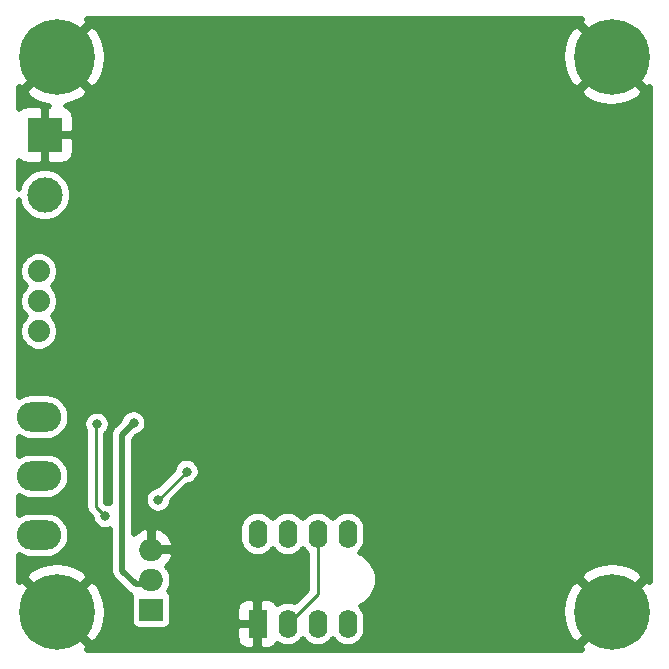
<source format=gbr>
G04 #@! TF.GenerationSoftware,KiCad,Pcbnew,(5.1.7)-1*
G04 #@! TF.CreationDate,2020-11-08T23:09:12+01:00*
G04 #@! TF.ProjectId,Red Power LED Board 50x50,52656420-506f-4776-9572-204c45442042,rev?*
G04 #@! TF.SameCoordinates,Original*
G04 #@! TF.FileFunction,Copper,L2,Bot*
G04 #@! TF.FilePolarity,Positive*
%FSLAX46Y46*%
G04 Gerber Fmt 4.6, Leading zero omitted, Abs format (unit mm)*
G04 Created by KiCad (PCBNEW (5.1.7)-1) date 2020-11-08 23:09:12*
%MOMM*%
%LPD*%
G01*
G04 APERTURE LIST*
G04 #@! TA.AperFunction,ComponentPad*
%ADD10R,2.000000X1.905000*%
G04 #@! TD*
G04 #@! TA.AperFunction,ComponentPad*
%ADD11O,2.000000X1.905000*%
G04 #@! TD*
G04 #@! TA.AperFunction,ComponentPad*
%ADD12C,0.800000*%
G04 #@! TD*
G04 #@! TA.AperFunction,ComponentPad*
%ADD13C,6.400000*%
G04 #@! TD*
G04 #@! TA.AperFunction,ComponentPad*
%ADD14R,3.000000X3.000000*%
G04 #@! TD*
G04 #@! TA.AperFunction,ComponentPad*
%ADD15C,3.000000*%
G04 #@! TD*
G04 #@! TA.AperFunction,ComponentPad*
%ADD16O,3.750000X2.500000*%
G04 #@! TD*
G04 #@! TA.AperFunction,ComponentPad*
%ADD17C,1.879600*%
G04 #@! TD*
G04 #@! TA.AperFunction,ComponentPad*
%ADD18R,1.600000X2.400000*%
G04 #@! TD*
G04 #@! TA.AperFunction,ComponentPad*
%ADD19O,1.600000X2.400000*%
G04 #@! TD*
G04 #@! TA.AperFunction,ViaPad*
%ADD20C,0.800000*%
G04 #@! TD*
G04 #@! TA.AperFunction,Conductor*
%ADD21C,0.250000*%
G04 #@! TD*
G04 #@! TA.AperFunction,Conductor*
%ADD22C,0.500000*%
G04 #@! TD*
G04 #@! TA.AperFunction,Conductor*
%ADD23C,0.508000*%
G04 #@! TD*
G04 #@! TA.AperFunction,Conductor*
%ADD24C,0.100000*%
G04 #@! TD*
G04 APERTURE END LIST*
D10*
X112000000Y-90800000D03*
D11*
X112000000Y-88260000D03*
X112000000Y-85720000D03*
D12*
X152697056Y-89302944D03*
X151000000Y-88600000D03*
X149302944Y-89302944D03*
X148600000Y-91000000D03*
X149302944Y-92697056D03*
X151000000Y-93400000D03*
X152697056Y-92697056D03*
X153400000Y-91000000D03*
D13*
X151000000Y-91000000D03*
X104000000Y-91000000D03*
D12*
X106400000Y-91000000D03*
X105697056Y-92697056D03*
X104000000Y-93400000D03*
X102302944Y-92697056D03*
X101600000Y-91000000D03*
X102302944Y-89302944D03*
X104000000Y-88600000D03*
X105697056Y-89302944D03*
X152697056Y-42302944D03*
X151000000Y-41600000D03*
X149302944Y-42302944D03*
X148600000Y-44000000D03*
X149302944Y-45697056D03*
X151000000Y-46400000D03*
X152697056Y-45697056D03*
X153400000Y-44000000D03*
D13*
X151000000Y-44000000D03*
X104000000Y-44000000D03*
D12*
X106400000Y-44000000D03*
X105697056Y-45697056D03*
X104000000Y-46400000D03*
X102302944Y-45697056D03*
X101600000Y-44000000D03*
X102302944Y-42302944D03*
X104000000Y-41600000D03*
X105697056Y-42302944D03*
D14*
X103000000Y-50600000D03*
D15*
X103000000Y-55680000D03*
D16*
X102500000Y-84500000D03*
X102500000Y-79500000D03*
X102500000Y-74500000D03*
D17*
X102500000Y-62160000D03*
X102500000Y-64700000D03*
X102500000Y-67240000D03*
D18*
X121000000Y-92000000D03*
D19*
X128620000Y-84380000D03*
X123540000Y-92000000D03*
X126080000Y-84380000D03*
X126080000Y-92000000D03*
X123540000Y-84380000D03*
X128620000Y-92000000D03*
X121000000Y-84380000D03*
D20*
X107600000Y-59600000D03*
X106200000Y-83600000D03*
X105600000Y-78000000D03*
X108200000Y-70600000D03*
X103200000Y-71800000D03*
X102000000Y-82000000D03*
X105600000Y-53100000D03*
X108100000Y-82900000D03*
X107400000Y-75100000D03*
X115000000Y-79100000D03*
X112600000Y-81500000D03*
X110500000Y-75000000D03*
D21*
X126080000Y-89460000D02*
X123540000Y-92000000D01*
X126080000Y-84380000D02*
X126080000Y-89460000D01*
X106200000Y-83600000D02*
X106200000Y-83000000D01*
X105600000Y-82400000D02*
X105600000Y-78000000D01*
X106200000Y-83000000D02*
X105600000Y-82400000D01*
X104800000Y-71800000D02*
X103200000Y-71800000D01*
X105600000Y-72600000D02*
X104800000Y-71800000D01*
X105600000Y-78000000D02*
X105600000Y-72600000D01*
X103200000Y-71800000D02*
X103200000Y-71000000D01*
X103200000Y-71000000D02*
X103600000Y-70600000D01*
X103600000Y-70600000D02*
X108200000Y-70600000D01*
X106200000Y-83600000D02*
X104800000Y-82200000D01*
X102200000Y-82200000D02*
X102000000Y-82000000D01*
X104800000Y-82200000D02*
X102200000Y-82200000D01*
D22*
X105600000Y-53100000D02*
X105600000Y-56100000D01*
X107600000Y-58100000D02*
X107600000Y-59600000D01*
X105600000Y-56100000D02*
X107600000Y-58100000D01*
D21*
X108100000Y-82900000D02*
X107300000Y-82100000D01*
X107300000Y-75200000D02*
X107400000Y-75100000D01*
X107300000Y-82100000D02*
X107300000Y-75200000D01*
X115000000Y-79100000D02*
X112600000Y-81500000D01*
X111260000Y-88660000D02*
X112000000Y-88660000D01*
D22*
X109500000Y-87500000D02*
X110660000Y-88660000D01*
X109500000Y-76000000D02*
X109500000Y-87500000D01*
X110500000Y-75000000D02*
X109500000Y-76000000D01*
X111600000Y-88660000D02*
X112000000Y-88260000D01*
X110660000Y-88660000D02*
X111600000Y-88660000D01*
D23*
X148277287Y-41106167D02*
X151000000Y-43828880D01*
X151014142Y-43814738D01*
X151185262Y-43985858D01*
X151171120Y-44000000D01*
X153893833Y-46722713D01*
X154213001Y-46540599D01*
X154213001Y-48961337D01*
X154213000Y-48961347D01*
X154213001Y-88459401D01*
X153893833Y-88277287D01*
X151171120Y-91000000D01*
X151185262Y-91014142D01*
X151014142Y-91185262D01*
X151000000Y-91171120D01*
X148277287Y-93893833D01*
X148459401Y-94213000D01*
X106540599Y-94213000D01*
X106722713Y-93893833D01*
X104000000Y-91171120D01*
X103985858Y-91185262D01*
X103814738Y-91014142D01*
X103828880Y-91000000D01*
X104171120Y-91000000D01*
X106893833Y-93722713D01*
X107487284Y-93384095D01*
X107588213Y-93200000D01*
X119191142Y-93200000D01*
X119210527Y-93396818D01*
X119267937Y-93586073D01*
X119361165Y-93760491D01*
X119486630Y-93913370D01*
X119639509Y-94038835D01*
X119813927Y-94132063D01*
X120003182Y-94189473D01*
X120200000Y-94208858D01*
X120628000Y-94204000D01*
X120879000Y-93953000D01*
X120879000Y-92121000D01*
X119447000Y-92121000D01*
X119196000Y-92372000D01*
X119191142Y-93200000D01*
X107588213Y-93200000D01*
X107885391Y-92657950D01*
X108134184Y-91868092D01*
X108224102Y-91044872D01*
X108151692Y-90219929D01*
X107919734Y-89424963D01*
X107537143Y-88690524D01*
X107487284Y-88615905D01*
X106893833Y-88277287D01*
X104171120Y-91000000D01*
X103828880Y-91000000D01*
X101106167Y-88277287D01*
X100787000Y-88459401D01*
X100787000Y-88106167D01*
X101277287Y-88106167D01*
X104000000Y-90828880D01*
X106722713Y-88106167D01*
X106384095Y-87512716D01*
X105657950Y-87114609D01*
X104868092Y-86865816D01*
X104044872Y-86775898D01*
X103219929Y-86848308D01*
X102424963Y-87080266D01*
X101690524Y-87462857D01*
X101615905Y-87512716D01*
X101277287Y-88106167D01*
X100787000Y-88106167D01*
X100787000Y-86199834D01*
X101101316Y-86367840D01*
X101480579Y-86482888D01*
X101776159Y-86512000D01*
X103223841Y-86512000D01*
X103519421Y-86482888D01*
X103898684Y-86367840D01*
X104248216Y-86181011D01*
X104554583Y-85929583D01*
X104806011Y-85623216D01*
X104992840Y-85273684D01*
X105107888Y-84894421D01*
X105146735Y-84500000D01*
X105107888Y-84105579D01*
X104992840Y-83726316D01*
X104806011Y-83376784D01*
X104554583Y-83070417D01*
X104248216Y-82818989D01*
X103898684Y-82632160D01*
X103519421Y-82517112D01*
X103223841Y-82488000D01*
X101776159Y-82488000D01*
X101480579Y-82517112D01*
X101101316Y-82632160D01*
X100787000Y-82800166D01*
X100787000Y-81199834D01*
X101101316Y-81367840D01*
X101480579Y-81482888D01*
X101776159Y-81512000D01*
X103223841Y-81512000D01*
X103519421Y-81482888D01*
X103898684Y-81367840D01*
X104248216Y-81181011D01*
X104554583Y-80929583D01*
X104806011Y-80623216D01*
X104992840Y-80273684D01*
X105107888Y-79894421D01*
X105146735Y-79500000D01*
X105107888Y-79105579D01*
X104992840Y-78726316D01*
X104806011Y-78376784D01*
X104554583Y-78070417D01*
X104248216Y-77818989D01*
X103898684Y-77632160D01*
X103519421Y-77517112D01*
X103223841Y-77488000D01*
X101776159Y-77488000D01*
X101480579Y-77517112D01*
X101101316Y-77632160D01*
X100787000Y-77800166D01*
X100787000Y-76199834D01*
X101101316Y-76367840D01*
X101480579Y-76482888D01*
X101776159Y-76512000D01*
X103223841Y-76512000D01*
X103519421Y-76482888D01*
X103898684Y-76367840D01*
X104248216Y-76181011D01*
X104554583Y-75929583D01*
X104806011Y-75623216D01*
X104992840Y-75273684D01*
X105080243Y-74985553D01*
X106238000Y-74985553D01*
X106238000Y-75214447D01*
X106282655Y-75438943D01*
X106370249Y-75650413D01*
X106413001Y-75714396D01*
X106413000Y-82056433D01*
X106408709Y-82100000D01*
X106422570Y-82240732D01*
X106425835Y-82273881D01*
X106476554Y-82441081D01*
X106558919Y-82595174D01*
X106669762Y-82730238D01*
X106703605Y-82758012D01*
X106938000Y-82992407D01*
X106938000Y-83014447D01*
X106982655Y-83238943D01*
X107070249Y-83450413D01*
X107197416Y-83640732D01*
X107359268Y-83802584D01*
X107549587Y-83929751D01*
X107761057Y-84017345D01*
X107985553Y-84062000D01*
X108214447Y-84062000D01*
X108438943Y-84017345D01*
X108488001Y-83997025D01*
X108488001Y-87450289D01*
X108483105Y-87500000D01*
X108488001Y-87549711D01*
X108502644Y-87698387D01*
X108525278Y-87773000D01*
X108560512Y-87889149D01*
X108654482Y-88064957D01*
X108749257Y-88180441D01*
X108749263Y-88180447D01*
X108780947Y-88219054D01*
X108819554Y-88250738D01*
X109909258Y-89340442D01*
X109940946Y-89379054D01*
X109979558Y-89410742D01*
X109979559Y-89410743D01*
X109996886Y-89424963D01*
X110095043Y-89505518D01*
X110270851Y-89599489D01*
X110278264Y-89601738D01*
X110249026Y-89698122D01*
X110234314Y-89847500D01*
X110234314Y-91752500D01*
X110249026Y-91901878D01*
X110292598Y-92045515D01*
X110363355Y-92177892D01*
X110458578Y-92293922D01*
X110574608Y-92389145D01*
X110706985Y-92459902D01*
X110850622Y-92503474D01*
X111000000Y-92518186D01*
X113000000Y-92518186D01*
X113149378Y-92503474D01*
X113293015Y-92459902D01*
X113425392Y-92389145D01*
X113541422Y-92293922D01*
X113636645Y-92177892D01*
X113707402Y-92045515D01*
X113750974Y-91901878D01*
X113765686Y-91752500D01*
X113765686Y-90800000D01*
X119191142Y-90800000D01*
X119196000Y-91628000D01*
X119447000Y-91879000D01*
X120879000Y-91879000D01*
X120879000Y-90047000D01*
X120628000Y-89796000D01*
X120200000Y-89791142D01*
X120003182Y-89810527D01*
X119813927Y-89867937D01*
X119639509Y-89961165D01*
X119486630Y-90086630D01*
X119361165Y-90239509D01*
X119267937Y-90413927D01*
X119210527Y-90603182D01*
X119191142Y-90800000D01*
X113765686Y-90800000D01*
X113765686Y-89847500D01*
X113750974Y-89698122D01*
X113707402Y-89554485D01*
X113636645Y-89422108D01*
X113541422Y-89306078D01*
X113461073Y-89240138D01*
X113479952Y-89217134D01*
X113639155Y-88919285D01*
X113737192Y-88596101D01*
X113770295Y-88260000D01*
X113737192Y-87923899D01*
X113639155Y-87600715D01*
X113479952Y-87302866D01*
X113361992Y-87159132D01*
X113428005Y-87105141D01*
X113671707Y-86809203D01*
X113852991Y-86471407D01*
X113957285Y-86144988D01*
X113748702Y-85841000D01*
X112121000Y-85841000D01*
X112121000Y-85861000D01*
X111879000Y-85861000D01*
X111879000Y-85841000D01*
X111859000Y-85841000D01*
X111859000Y-85599000D01*
X111879000Y-85599000D01*
X111879000Y-84016772D01*
X112121000Y-84016772D01*
X112121000Y-85599000D01*
X113748702Y-85599000D01*
X113957285Y-85295012D01*
X113852991Y-84968593D01*
X113671707Y-84630797D01*
X113428005Y-84334859D01*
X113131251Y-84092151D01*
X112792849Y-83912000D01*
X112763912Y-83903275D01*
X119438000Y-83903275D01*
X119438000Y-84856726D01*
X119460602Y-85086205D01*
X119549918Y-85380643D01*
X119694961Y-85651999D01*
X119890157Y-85889844D01*
X120128002Y-86085039D01*
X120399358Y-86230082D01*
X120693796Y-86319398D01*
X121000000Y-86349557D01*
X121306205Y-86319398D01*
X121600643Y-86230082D01*
X121871999Y-86085039D01*
X122109844Y-85889844D01*
X122270000Y-85694694D01*
X122430157Y-85889844D01*
X122668002Y-86085039D01*
X122939358Y-86230082D01*
X123233796Y-86319398D01*
X123540000Y-86349557D01*
X123846205Y-86319398D01*
X124140643Y-86230082D01*
X124411999Y-86085039D01*
X124649844Y-85889844D01*
X124810000Y-85694694D01*
X124970157Y-85889844D01*
X125193000Y-86072727D01*
X125193001Y-89092592D01*
X124136831Y-90148762D01*
X123846204Y-90060602D01*
X123540000Y-90030443D01*
X123233795Y-90060602D01*
X122939357Y-90149918D01*
X122668369Y-90294764D01*
X122638835Y-90239509D01*
X122513370Y-90086630D01*
X122360491Y-89961165D01*
X122186073Y-89867937D01*
X121996818Y-89810527D01*
X121800000Y-89791142D01*
X121372000Y-89796000D01*
X121121000Y-90047000D01*
X121121000Y-91879000D01*
X121141000Y-91879000D01*
X121141000Y-92121000D01*
X121121000Y-92121000D01*
X121121000Y-93953000D01*
X121372000Y-94204000D01*
X121800000Y-94208858D01*
X121996818Y-94189473D01*
X122186073Y-94132063D01*
X122360491Y-94038835D01*
X122513370Y-93913370D01*
X122638835Y-93760491D01*
X122668370Y-93705235D01*
X122939358Y-93850082D01*
X123233796Y-93939398D01*
X123540000Y-93969557D01*
X123846205Y-93939398D01*
X124140643Y-93850082D01*
X124411999Y-93705039D01*
X124649844Y-93509844D01*
X124810000Y-93314694D01*
X124970157Y-93509844D01*
X125208002Y-93705039D01*
X125479358Y-93850082D01*
X125773796Y-93939398D01*
X126080000Y-93969557D01*
X126386205Y-93939398D01*
X126680643Y-93850082D01*
X126951999Y-93705039D01*
X127189844Y-93509844D01*
X127350000Y-93314694D01*
X127510157Y-93509844D01*
X127748002Y-93705039D01*
X128019358Y-93850082D01*
X128313796Y-93939398D01*
X128620000Y-93969557D01*
X128926205Y-93939398D01*
X129220643Y-93850082D01*
X129491999Y-93705039D01*
X129729844Y-93509844D01*
X129925039Y-93271999D01*
X130070082Y-93000643D01*
X130159398Y-92706205D01*
X130182000Y-92476725D01*
X130182000Y-91523274D01*
X130159398Y-91293795D01*
X130070082Y-90999357D01*
X130046442Y-90955128D01*
X146775898Y-90955128D01*
X146848308Y-91780071D01*
X147080266Y-92575037D01*
X147462857Y-93309476D01*
X147512716Y-93384095D01*
X148106167Y-93722713D01*
X150828880Y-91000000D01*
X148106167Y-88277287D01*
X147512716Y-88615905D01*
X147114609Y-89342050D01*
X146865816Y-90131908D01*
X146775898Y-90955128D01*
X130046442Y-90955128D01*
X129925039Y-90728001D01*
X129757815Y-90524239D01*
X129849878Y-90486105D01*
X130261306Y-90211197D01*
X130611197Y-89861306D01*
X130886105Y-89449878D01*
X131075465Y-88992723D01*
X131172000Y-88507410D01*
X131172000Y-88106167D01*
X148277287Y-88106167D01*
X151000000Y-90828880D01*
X153722713Y-88106167D01*
X153384095Y-87512716D01*
X152657950Y-87114609D01*
X151868092Y-86865816D01*
X151044872Y-86775898D01*
X150219929Y-86848308D01*
X149424963Y-87080266D01*
X148690524Y-87462857D01*
X148615905Y-87512716D01*
X148277287Y-88106167D01*
X131172000Y-88106167D01*
X131172000Y-88012590D01*
X131075465Y-87527277D01*
X130886105Y-87070122D01*
X130611197Y-86658694D01*
X130261306Y-86308803D01*
X129849878Y-86033895D01*
X129653456Y-85952534D01*
X129729844Y-85889844D01*
X129925039Y-85651999D01*
X130070082Y-85380643D01*
X130159398Y-85086205D01*
X130182000Y-84856725D01*
X130182000Y-83903274D01*
X130159398Y-83673795D01*
X130070082Y-83379357D01*
X129925039Y-83108001D01*
X129729844Y-82870156D01*
X129491998Y-82674961D01*
X129220642Y-82529918D01*
X128926204Y-82440602D01*
X128620000Y-82410443D01*
X128313795Y-82440602D01*
X128019357Y-82529918D01*
X127748001Y-82674961D01*
X127510156Y-82870156D01*
X127350000Y-83065306D01*
X127189844Y-82870156D01*
X126951998Y-82674961D01*
X126680642Y-82529918D01*
X126386204Y-82440602D01*
X126080000Y-82410443D01*
X125773795Y-82440602D01*
X125479357Y-82529918D01*
X125208001Y-82674961D01*
X124970156Y-82870156D01*
X124810000Y-83065306D01*
X124649844Y-82870156D01*
X124411998Y-82674961D01*
X124140642Y-82529918D01*
X123846204Y-82440602D01*
X123540000Y-82410443D01*
X123233795Y-82440602D01*
X122939357Y-82529918D01*
X122668001Y-82674961D01*
X122430156Y-82870156D01*
X122270000Y-83065306D01*
X122109844Y-82870156D01*
X121871998Y-82674961D01*
X121600642Y-82529918D01*
X121306204Y-82440602D01*
X121000000Y-82410443D01*
X120693795Y-82440602D01*
X120399357Y-82529918D01*
X120128001Y-82674961D01*
X119890156Y-82870156D01*
X119694961Y-83108002D01*
X119549918Y-83379358D01*
X119460602Y-83673796D01*
X119438000Y-83903275D01*
X112763912Y-83903275D01*
X112425804Y-83801330D01*
X112121000Y-84016772D01*
X111879000Y-84016772D01*
X111574196Y-83801330D01*
X111207151Y-83912000D01*
X110868749Y-84092151D01*
X110571995Y-84334859D01*
X110512000Y-84407714D01*
X110512000Y-81385553D01*
X111438000Y-81385553D01*
X111438000Y-81614447D01*
X111482655Y-81838943D01*
X111570249Y-82050413D01*
X111697416Y-82240732D01*
X111859268Y-82402584D01*
X112049587Y-82529751D01*
X112261057Y-82617345D01*
X112485553Y-82662000D01*
X112714447Y-82662000D01*
X112938943Y-82617345D01*
X113150413Y-82529751D01*
X113340732Y-82402584D01*
X113502584Y-82240732D01*
X113629751Y-82050413D01*
X113717345Y-81838943D01*
X113762000Y-81614447D01*
X113762000Y-81592407D01*
X115092407Y-80262000D01*
X115114447Y-80262000D01*
X115338943Y-80217345D01*
X115550413Y-80129751D01*
X115740732Y-80002584D01*
X115902584Y-79840732D01*
X116029751Y-79650413D01*
X116117345Y-79438943D01*
X116162000Y-79214447D01*
X116162000Y-78985553D01*
X116117345Y-78761057D01*
X116029751Y-78549587D01*
X115902584Y-78359268D01*
X115740732Y-78197416D01*
X115550413Y-78070249D01*
X115338943Y-77982655D01*
X115114447Y-77938000D01*
X114885553Y-77938000D01*
X114661057Y-77982655D01*
X114449587Y-78070249D01*
X114259268Y-78197416D01*
X114097416Y-78359268D01*
X113970249Y-78549587D01*
X113882655Y-78761057D01*
X113838000Y-78985553D01*
X113838000Y-79007593D01*
X112507593Y-80338000D01*
X112485553Y-80338000D01*
X112261057Y-80382655D01*
X112049587Y-80470249D01*
X111859268Y-80597416D01*
X111697416Y-80759268D01*
X111570249Y-80949587D01*
X111482655Y-81161057D01*
X111438000Y-81385553D01*
X110512000Y-81385553D01*
X110512000Y-76419184D01*
X110807606Y-76123578D01*
X110838943Y-76117345D01*
X111050413Y-76029751D01*
X111240732Y-75902584D01*
X111402584Y-75740732D01*
X111529751Y-75550413D01*
X111617345Y-75338943D01*
X111662000Y-75114447D01*
X111662000Y-74885553D01*
X111617345Y-74661057D01*
X111529751Y-74449587D01*
X111402584Y-74259268D01*
X111240732Y-74097416D01*
X111050413Y-73970249D01*
X110838943Y-73882655D01*
X110614447Y-73838000D01*
X110385553Y-73838000D01*
X110161057Y-73882655D01*
X109949587Y-73970249D01*
X109759268Y-74097416D01*
X109597416Y-74259268D01*
X109470249Y-74449587D01*
X109382655Y-74661057D01*
X109376422Y-74692394D01*
X108819558Y-75249258D01*
X108780946Y-75280946D01*
X108654482Y-75435043D01*
X108560511Y-75610852D01*
X108502643Y-75801614D01*
X108488000Y-75950290D01*
X108488000Y-75950299D01*
X108483105Y-76000000D01*
X108488000Y-76049701D01*
X108488001Y-81802975D01*
X108438943Y-81782655D01*
X108214447Y-81738000D01*
X108192407Y-81738000D01*
X108187000Y-81732593D01*
X108187000Y-75956316D01*
X108302584Y-75840732D01*
X108429751Y-75650413D01*
X108517345Y-75438943D01*
X108562000Y-75214447D01*
X108562000Y-74985553D01*
X108517345Y-74761057D01*
X108429751Y-74549587D01*
X108302584Y-74359268D01*
X108140732Y-74197416D01*
X107950413Y-74070249D01*
X107738943Y-73982655D01*
X107514447Y-73938000D01*
X107285553Y-73938000D01*
X107061057Y-73982655D01*
X106849587Y-74070249D01*
X106659268Y-74197416D01*
X106497416Y-74359268D01*
X106370249Y-74549587D01*
X106282655Y-74761057D01*
X106238000Y-74985553D01*
X105080243Y-74985553D01*
X105107888Y-74894421D01*
X105146735Y-74500000D01*
X105107888Y-74105579D01*
X104992840Y-73726316D01*
X104806011Y-73376784D01*
X104554583Y-73070417D01*
X104248216Y-72818989D01*
X103898684Y-72632160D01*
X103519421Y-72517112D01*
X103223841Y-72488000D01*
X101776159Y-72488000D01*
X101480579Y-72517112D01*
X101101316Y-72632160D01*
X100787000Y-72800166D01*
X100787000Y-61992387D01*
X100798200Y-61992387D01*
X100798200Y-62327613D01*
X100863599Y-62656397D01*
X100991885Y-62966104D01*
X101178126Y-63244834D01*
X101363292Y-63430000D01*
X101178126Y-63615166D01*
X100991885Y-63893896D01*
X100863599Y-64203603D01*
X100798200Y-64532387D01*
X100798200Y-64867613D01*
X100863599Y-65196397D01*
X100991885Y-65506104D01*
X101178126Y-65784834D01*
X101363292Y-65970000D01*
X101178126Y-66155166D01*
X100991885Y-66433896D01*
X100863599Y-66743603D01*
X100798200Y-67072387D01*
X100798200Y-67407613D01*
X100863599Y-67736397D01*
X100991885Y-68046104D01*
X101178126Y-68324834D01*
X101415166Y-68561874D01*
X101693896Y-68748115D01*
X102003603Y-68876401D01*
X102332387Y-68941800D01*
X102667613Y-68941800D01*
X102996397Y-68876401D01*
X103306104Y-68748115D01*
X103584834Y-68561874D01*
X103821874Y-68324834D01*
X104008115Y-68046104D01*
X104136401Y-67736397D01*
X104201800Y-67407613D01*
X104201800Y-67072387D01*
X104136401Y-66743603D01*
X104008115Y-66433896D01*
X103821874Y-66155166D01*
X103636708Y-65970000D01*
X103821874Y-65784834D01*
X104008115Y-65506104D01*
X104136401Y-65196397D01*
X104201800Y-64867613D01*
X104201800Y-64532387D01*
X104136401Y-64203603D01*
X104008115Y-63893896D01*
X103821874Y-63615166D01*
X103636708Y-63430000D01*
X103821874Y-63244834D01*
X104008115Y-62966104D01*
X104136401Y-62656397D01*
X104201800Y-62327613D01*
X104201800Y-61992387D01*
X104136401Y-61663603D01*
X104008115Y-61353896D01*
X103821874Y-61075166D01*
X103584834Y-60838126D01*
X103306104Y-60651885D01*
X102996397Y-60523599D01*
X102667613Y-60458200D01*
X102332387Y-60458200D01*
X102003603Y-60523599D01*
X101693896Y-60651885D01*
X101415166Y-60838126D01*
X101178126Y-61075166D01*
X100991885Y-61353896D01*
X100863599Y-61663603D01*
X100798200Y-61992387D01*
X100787000Y-61992387D01*
X100787000Y-56149128D01*
X100824927Y-56339801D01*
X100995441Y-56751459D01*
X101242990Y-57121941D01*
X101558059Y-57437010D01*
X101928541Y-57684559D01*
X102340199Y-57855073D01*
X102777212Y-57942000D01*
X103222788Y-57942000D01*
X103659801Y-57855073D01*
X104071459Y-57684559D01*
X104441941Y-57437010D01*
X104757010Y-57121941D01*
X105004559Y-56751459D01*
X105175073Y-56339801D01*
X105262000Y-55902788D01*
X105262000Y-55457212D01*
X105175073Y-55020199D01*
X105004559Y-54608541D01*
X104757010Y-54238059D01*
X104441941Y-53922990D01*
X104071459Y-53675441D01*
X103659801Y-53504927D01*
X103222788Y-53418000D01*
X102777212Y-53418000D01*
X102340199Y-53504927D01*
X101928541Y-53675441D01*
X101558059Y-53922990D01*
X101242990Y-54238059D01*
X100995441Y-54608541D01*
X100824927Y-55020199D01*
X100787000Y-55210872D01*
X100787000Y-52813674D01*
X100939509Y-52938835D01*
X101113927Y-53032063D01*
X101303182Y-53089473D01*
X101500000Y-53108858D01*
X102628000Y-53104000D01*
X102879000Y-52853000D01*
X102879000Y-50721000D01*
X103121000Y-50721000D01*
X103121000Y-52853000D01*
X103372000Y-53104000D01*
X104500000Y-53108858D01*
X104696818Y-53089473D01*
X104886073Y-53032063D01*
X105060491Y-52938835D01*
X105213370Y-52813370D01*
X105338835Y-52660491D01*
X105432063Y-52486073D01*
X105489473Y-52296818D01*
X105508858Y-52100000D01*
X105504000Y-50972000D01*
X105253000Y-50721000D01*
X103121000Y-50721000D01*
X102879000Y-50721000D01*
X102859000Y-50721000D01*
X102859000Y-50479000D01*
X102879000Y-50479000D01*
X102879000Y-48347000D01*
X102628000Y-48096000D01*
X101500000Y-48091142D01*
X101303182Y-48110527D01*
X101113927Y-48167937D01*
X100939509Y-48261165D01*
X100787000Y-48386326D01*
X100787000Y-46893833D01*
X101277287Y-46893833D01*
X101615905Y-47487284D01*
X102342050Y-47885391D01*
X103131908Y-48134184D01*
X103313934Y-48154066D01*
X103121000Y-48347000D01*
X103121000Y-50479000D01*
X105253000Y-50479000D01*
X105504000Y-50228000D01*
X105508858Y-49100000D01*
X105489473Y-48903182D01*
X105432063Y-48713927D01*
X105338835Y-48539509D01*
X105213370Y-48386630D01*
X105060491Y-48261165D01*
X104886073Y-48167937D01*
X104806805Y-48143891D01*
X105575037Y-47919734D01*
X106309476Y-47537143D01*
X106384095Y-47487284D01*
X106722713Y-46893833D01*
X148277287Y-46893833D01*
X148615905Y-47487284D01*
X149342050Y-47885391D01*
X150131908Y-48134184D01*
X150955128Y-48224102D01*
X151780071Y-48151692D01*
X152575037Y-47919734D01*
X153309476Y-47537143D01*
X153384095Y-47487284D01*
X153722713Y-46893833D01*
X151000000Y-44171120D01*
X148277287Y-46893833D01*
X106722713Y-46893833D01*
X104000000Y-44171120D01*
X101277287Y-46893833D01*
X100787000Y-46893833D01*
X100787000Y-46540599D01*
X101106167Y-46722713D01*
X103828880Y-44000000D01*
X104171120Y-44000000D01*
X106893833Y-46722713D01*
X107487284Y-46384095D01*
X107885391Y-45657950D01*
X108134184Y-44868092D01*
X108224102Y-44044872D01*
X108216225Y-43955128D01*
X146775898Y-43955128D01*
X146848308Y-44780071D01*
X147080266Y-45575037D01*
X147462857Y-46309476D01*
X147512716Y-46384095D01*
X148106167Y-46722713D01*
X150828880Y-44000000D01*
X148106167Y-41277287D01*
X147512716Y-41615905D01*
X147114609Y-42342050D01*
X146865816Y-43131908D01*
X146775898Y-43955128D01*
X108216225Y-43955128D01*
X108151692Y-43219929D01*
X107919734Y-42424963D01*
X107537143Y-41690524D01*
X107487284Y-41615905D01*
X106893833Y-41277287D01*
X104171120Y-44000000D01*
X103828880Y-44000000D01*
X103814738Y-43985858D01*
X103985858Y-43814738D01*
X104000000Y-43828880D01*
X106722713Y-41106167D01*
X106540599Y-40787000D01*
X148459401Y-40787000D01*
X148277287Y-41106167D01*
G04 #@! TA.AperFunction,Conductor*
D24*
G36*
X148277287Y-41106167D02*
G01*
X151000000Y-43828880D01*
X151014142Y-43814738D01*
X151185262Y-43985858D01*
X151171120Y-44000000D01*
X153893833Y-46722713D01*
X154213001Y-46540599D01*
X154213001Y-48961337D01*
X154213000Y-48961347D01*
X154213001Y-88459401D01*
X153893833Y-88277287D01*
X151171120Y-91000000D01*
X151185262Y-91014142D01*
X151014142Y-91185262D01*
X151000000Y-91171120D01*
X148277287Y-93893833D01*
X148459401Y-94213000D01*
X106540599Y-94213000D01*
X106722713Y-93893833D01*
X104000000Y-91171120D01*
X103985858Y-91185262D01*
X103814738Y-91014142D01*
X103828880Y-91000000D01*
X104171120Y-91000000D01*
X106893833Y-93722713D01*
X107487284Y-93384095D01*
X107588213Y-93200000D01*
X119191142Y-93200000D01*
X119210527Y-93396818D01*
X119267937Y-93586073D01*
X119361165Y-93760491D01*
X119486630Y-93913370D01*
X119639509Y-94038835D01*
X119813927Y-94132063D01*
X120003182Y-94189473D01*
X120200000Y-94208858D01*
X120628000Y-94204000D01*
X120879000Y-93953000D01*
X120879000Y-92121000D01*
X119447000Y-92121000D01*
X119196000Y-92372000D01*
X119191142Y-93200000D01*
X107588213Y-93200000D01*
X107885391Y-92657950D01*
X108134184Y-91868092D01*
X108224102Y-91044872D01*
X108151692Y-90219929D01*
X107919734Y-89424963D01*
X107537143Y-88690524D01*
X107487284Y-88615905D01*
X106893833Y-88277287D01*
X104171120Y-91000000D01*
X103828880Y-91000000D01*
X101106167Y-88277287D01*
X100787000Y-88459401D01*
X100787000Y-88106167D01*
X101277287Y-88106167D01*
X104000000Y-90828880D01*
X106722713Y-88106167D01*
X106384095Y-87512716D01*
X105657950Y-87114609D01*
X104868092Y-86865816D01*
X104044872Y-86775898D01*
X103219929Y-86848308D01*
X102424963Y-87080266D01*
X101690524Y-87462857D01*
X101615905Y-87512716D01*
X101277287Y-88106167D01*
X100787000Y-88106167D01*
X100787000Y-86199834D01*
X101101316Y-86367840D01*
X101480579Y-86482888D01*
X101776159Y-86512000D01*
X103223841Y-86512000D01*
X103519421Y-86482888D01*
X103898684Y-86367840D01*
X104248216Y-86181011D01*
X104554583Y-85929583D01*
X104806011Y-85623216D01*
X104992840Y-85273684D01*
X105107888Y-84894421D01*
X105146735Y-84500000D01*
X105107888Y-84105579D01*
X104992840Y-83726316D01*
X104806011Y-83376784D01*
X104554583Y-83070417D01*
X104248216Y-82818989D01*
X103898684Y-82632160D01*
X103519421Y-82517112D01*
X103223841Y-82488000D01*
X101776159Y-82488000D01*
X101480579Y-82517112D01*
X101101316Y-82632160D01*
X100787000Y-82800166D01*
X100787000Y-81199834D01*
X101101316Y-81367840D01*
X101480579Y-81482888D01*
X101776159Y-81512000D01*
X103223841Y-81512000D01*
X103519421Y-81482888D01*
X103898684Y-81367840D01*
X104248216Y-81181011D01*
X104554583Y-80929583D01*
X104806011Y-80623216D01*
X104992840Y-80273684D01*
X105107888Y-79894421D01*
X105146735Y-79500000D01*
X105107888Y-79105579D01*
X104992840Y-78726316D01*
X104806011Y-78376784D01*
X104554583Y-78070417D01*
X104248216Y-77818989D01*
X103898684Y-77632160D01*
X103519421Y-77517112D01*
X103223841Y-77488000D01*
X101776159Y-77488000D01*
X101480579Y-77517112D01*
X101101316Y-77632160D01*
X100787000Y-77800166D01*
X100787000Y-76199834D01*
X101101316Y-76367840D01*
X101480579Y-76482888D01*
X101776159Y-76512000D01*
X103223841Y-76512000D01*
X103519421Y-76482888D01*
X103898684Y-76367840D01*
X104248216Y-76181011D01*
X104554583Y-75929583D01*
X104806011Y-75623216D01*
X104992840Y-75273684D01*
X105080243Y-74985553D01*
X106238000Y-74985553D01*
X106238000Y-75214447D01*
X106282655Y-75438943D01*
X106370249Y-75650413D01*
X106413001Y-75714396D01*
X106413000Y-82056433D01*
X106408709Y-82100000D01*
X106422570Y-82240732D01*
X106425835Y-82273881D01*
X106476554Y-82441081D01*
X106558919Y-82595174D01*
X106669762Y-82730238D01*
X106703605Y-82758012D01*
X106938000Y-82992407D01*
X106938000Y-83014447D01*
X106982655Y-83238943D01*
X107070249Y-83450413D01*
X107197416Y-83640732D01*
X107359268Y-83802584D01*
X107549587Y-83929751D01*
X107761057Y-84017345D01*
X107985553Y-84062000D01*
X108214447Y-84062000D01*
X108438943Y-84017345D01*
X108488001Y-83997025D01*
X108488001Y-87450289D01*
X108483105Y-87500000D01*
X108488001Y-87549711D01*
X108502644Y-87698387D01*
X108525278Y-87773000D01*
X108560512Y-87889149D01*
X108654482Y-88064957D01*
X108749257Y-88180441D01*
X108749263Y-88180447D01*
X108780947Y-88219054D01*
X108819554Y-88250738D01*
X109909258Y-89340442D01*
X109940946Y-89379054D01*
X109979558Y-89410742D01*
X109979559Y-89410743D01*
X109996886Y-89424963D01*
X110095043Y-89505518D01*
X110270851Y-89599489D01*
X110278264Y-89601738D01*
X110249026Y-89698122D01*
X110234314Y-89847500D01*
X110234314Y-91752500D01*
X110249026Y-91901878D01*
X110292598Y-92045515D01*
X110363355Y-92177892D01*
X110458578Y-92293922D01*
X110574608Y-92389145D01*
X110706985Y-92459902D01*
X110850622Y-92503474D01*
X111000000Y-92518186D01*
X113000000Y-92518186D01*
X113149378Y-92503474D01*
X113293015Y-92459902D01*
X113425392Y-92389145D01*
X113541422Y-92293922D01*
X113636645Y-92177892D01*
X113707402Y-92045515D01*
X113750974Y-91901878D01*
X113765686Y-91752500D01*
X113765686Y-90800000D01*
X119191142Y-90800000D01*
X119196000Y-91628000D01*
X119447000Y-91879000D01*
X120879000Y-91879000D01*
X120879000Y-90047000D01*
X120628000Y-89796000D01*
X120200000Y-89791142D01*
X120003182Y-89810527D01*
X119813927Y-89867937D01*
X119639509Y-89961165D01*
X119486630Y-90086630D01*
X119361165Y-90239509D01*
X119267937Y-90413927D01*
X119210527Y-90603182D01*
X119191142Y-90800000D01*
X113765686Y-90800000D01*
X113765686Y-89847500D01*
X113750974Y-89698122D01*
X113707402Y-89554485D01*
X113636645Y-89422108D01*
X113541422Y-89306078D01*
X113461073Y-89240138D01*
X113479952Y-89217134D01*
X113639155Y-88919285D01*
X113737192Y-88596101D01*
X113770295Y-88260000D01*
X113737192Y-87923899D01*
X113639155Y-87600715D01*
X113479952Y-87302866D01*
X113361992Y-87159132D01*
X113428005Y-87105141D01*
X113671707Y-86809203D01*
X113852991Y-86471407D01*
X113957285Y-86144988D01*
X113748702Y-85841000D01*
X112121000Y-85841000D01*
X112121000Y-85861000D01*
X111879000Y-85861000D01*
X111879000Y-85841000D01*
X111859000Y-85841000D01*
X111859000Y-85599000D01*
X111879000Y-85599000D01*
X111879000Y-84016772D01*
X112121000Y-84016772D01*
X112121000Y-85599000D01*
X113748702Y-85599000D01*
X113957285Y-85295012D01*
X113852991Y-84968593D01*
X113671707Y-84630797D01*
X113428005Y-84334859D01*
X113131251Y-84092151D01*
X112792849Y-83912000D01*
X112763912Y-83903275D01*
X119438000Y-83903275D01*
X119438000Y-84856726D01*
X119460602Y-85086205D01*
X119549918Y-85380643D01*
X119694961Y-85651999D01*
X119890157Y-85889844D01*
X120128002Y-86085039D01*
X120399358Y-86230082D01*
X120693796Y-86319398D01*
X121000000Y-86349557D01*
X121306205Y-86319398D01*
X121600643Y-86230082D01*
X121871999Y-86085039D01*
X122109844Y-85889844D01*
X122270000Y-85694694D01*
X122430157Y-85889844D01*
X122668002Y-86085039D01*
X122939358Y-86230082D01*
X123233796Y-86319398D01*
X123540000Y-86349557D01*
X123846205Y-86319398D01*
X124140643Y-86230082D01*
X124411999Y-86085039D01*
X124649844Y-85889844D01*
X124810000Y-85694694D01*
X124970157Y-85889844D01*
X125193000Y-86072727D01*
X125193001Y-89092592D01*
X124136831Y-90148762D01*
X123846204Y-90060602D01*
X123540000Y-90030443D01*
X123233795Y-90060602D01*
X122939357Y-90149918D01*
X122668369Y-90294764D01*
X122638835Y-90239509D01*
X122513370Y-90086630D01*
X122360491Y-89961165D01*
X122186073Y-89867937D01*
X121996818Y-89810527D01*
X121800000Y-89791142D01*
X121372000Y-89796000D01*
X121121000Y-90047000D01*
X121121000Y-91879000D01*
X121141000Y-91879000D01*
X121141000Y-92121000D01*
X121121000Y-92121000D01*
X121121000Y-93953000D01*
X121372000Y-94204000D01*
X121800000Y-94208858D01*
X121996818Y-94189473D01*
X122186073Y-94132063D01*
X122360491Y-94038835D01*
X122513370Y-93913370D01*
X122638835Y-93760491D01*
X122668370Y-93705235D01*
X122939358Y-93850082D01*
X123233796Y-93939398D01*
X123540000Y-93969557D01*
X123846205Y-93939398D01*
X124140643Y-93850082D01*
X124411999Y-93705039D01*
X124649844Y-93509844D01*
X124810000Y-93314694D01*
X124970157Y-93509844D01*
X125208002Y-93705039D01*
X125479358Y-93850082D01*
X125773796Y-93939398D01*
X126080000Y-93969557D01*
X126386205Y-93939398D01*
X126680643Y-93850082D01*
X126951999Y-93705039D01*
X127189844Y-93509844D01*
X127350000Y-93314694D01*
X127510157Y-93509844D01*
X127748002Y-93705039D01*
X128019358Y-93850082D01*
X128313796Y-93939398D01*
X128620000Y-93969557D01*
X128926205Y-93939398D01*
X129220643Y-93850082D01*
X129491999Y-93705039D01*
X129729844Y-93509844D01*
X129925039Y-93271999D01*
X130070082Y-93000643D01*
X130159398Y-92706205D01*
X130182000Y-92476725D01*
X130182000Y-91523274D01*
X130159398Y-91293795D01*
X130070082Y-90999357D01*
X130046442Y-90955128D01*
X146775898Y-90955128D01*
X146848308Y-91780071D01*
X147080266Y-92575037D01*
X147462857Y-93309476D01*
X147512716Y-93384095D01*
X148106167Y-93722713D01*
X150828880Y-91000000D01*
X148106167Y-88277287D01*
X147512716Y-88615905D01*
X147114609Y-89342050D01*
X146865816Y-90131908D01*
X146775898Y-90955128D01*
X130046442Y-90955128D01*
X129925039Y-90728001D01*
X129757815Y-90524239D01*
X129849878Y-90486105D01*
X130261306Y-90211197D01*
X130611197Y-89861306D01*
X130886105Y-89449878D01*
X131075465Y-88992723D01*
X131172000Y-88507410D01*
X131172000Y-88106167D01*
X148277287Y-88106167D01*
X151000000Y-90828880D01*
X153722713Y-88106167D01*
X153384095Y-87512716D01*
X152657950Y-87114609D01*
X151868092Y-86865816D01*
X151044872Y-86775898D01*
X150219929Y-86848308D01*
X149424963Y-87080266D01*
X148690524Y-87462857D01*
X148615905Y-87512716D01*
X148277287Y-88106167D01*
X131172000Y-88106167D01*
X131172000Y-88012590D01*
X131075465Y-87527277D01*
X130886105Y-87070122D01*
X130611197Y-86658694D01*
X130261306Y-86308803D01*
X129849878Y-86033895D01*
X129653456Y-85952534D01*
X129729844Y-85889844D01*
X129925039Y-85651999D01*
X130070082Y-85380643D01*
X130159398Y-85086205D01*
X130182000Y-84856725D01*
X130182000Y-83903274D01*
X130159398Y-83673795D01*
X130070082Y-83379357D01*
X129925039Y-83108001D01*
X129729844Y-82870156D01*
X129491998Y-82674961D01*
X129220642Y-82529918D01*
X128926204Y-82440602D01*
X128620000Y-82410443D01*
X128313795Y-82440602D01*
X128019357Y-82529918D01*
X127748001Y-82674961D01*
X127510156Y-82870156D01*
X127350000Y-83065306D01*
X127189844Y-82870156D01*
X126951998Y-82674961D01*
X126680642Y-82529918D01*
X126386204Y-82440602D01*
X126080000Y-82410443D01*
X125773795Y-82440602D01*
X125479357Y-82529918D01*
X125208001Y-82674961D01*
X124970156Y-82870156D01*
X124810000Y-83065306D01*
X124649844Y-82870156D01*
X124411998Y-82674961D01*
X124140642Y-82529918D01*
X123846204Y-82440602D01*
X123540000Y-82410443D01*
X123233795Y-82440602D01*
X122939357Y-82529918D01*
X122668001Y-82674961D01*
X122430156Y-82870156D01*
X122270000Y-83065306D01*
X122109844Y-82870156D01*
X121871998Y-82674961D01*
X121600642Y-82529918D01*
X121306204Y-82440602D01*
X121000000Y-82410443D01*
X120693795Y-82440602D01*
X120399357Y-82529918D01*
X120128001Y-82674961D01*
X119890156Y-82870156D01*
X119694961Y-83108002D01*
X119549918Y-83379358D01*
X119460602Y-83673796D01*
X119438000Y-83903275D01*
X112763912Y-83903275D01*
X112425804Y-83801330D01*
X112121000Y-84016772D01*
X111879000Y-84016772D01*
X111574196Y-83801330D01*
X111207151Y-83912000D01*
X110868749Y-84092151D01*
X110571995Y-84334859D01*
X110512000Y-84407714D01*
X110512000Y-81385553D01*
X111438000Y-81385553D01*
X111438000Y-81614447D01*
X111482655Y-81838943D01*
X111570249Y-82050413D01*
X111697416Y-82240732D01*
X111859268Y-82402584D01*
X112049587Y-82529751D01*
X112261057Y-82617345D01*
X112485553Y-82662000D01*
X112714447Y-82662000D01*
X112938943Y-82617345D01*
X113150413Y-82529751D01*
X113340732Y-82402584D01*
X113502584Y-82240732D01*
X113629751Y-82050413D01*
X113717345Y-81838943D01*
X113762000Y-81614447D01*
X113762000Y-81592407D01*
X115092407Y-80262000D01*
X115114447Y-80262000D01*
X115338943Y-80217345D01*
X115550413Y-80129751D01*
X115740732Y-80002584D01*
X115902584Y-79840732D01*
X116029751Y-79650413D01*
X116117345Y-79438943D01*
X116162000Y-79214447D01*
X116162000Y-78985553D01*
X116117345Y-78761057D01*
X116029751Y-78549587D01*
X115902584Y-78359268D01*
X115740732Y-78197416D01*
X115550413Y-78070249D01*
X115338943Y-77982655D01*
X115114447Y-77938000D01*
X114885553Y-77938000D01*
X114661057Y-77982655D01*
X114449587Y-78070249D01*
X114259268Y-78197416D01*
X114097416Y-78359268D01*
X113970249Y-78549587D01*
X113882655Y-78761057D01*
X113838000Y-78985553D01*
X113838000Y-79007593D01*
X112507593Y-80338000D01*
X112485553Y-80338000D01*
X112261057Y-80382655D01*
X112049587Y-80470249D01*
X111859268Y-80597416D01*
X111697416Y-80759268D01*
X111570249Y-80949587D01*
X111482655Y-81161057D01*
X111438000Y-81385553D01*
X110512000Y-81385553D01*
X110512000Y-76419184D01*
X110807606Y-76123578D01*
X110838943Y-76117345D01*
X111050413Y-76029751D01*
X111240732Y-75902584D01*
X111402584Y-75740732D01*
X111529751Y-75550413D01*
X111617345Y-75338943D01*
X111662000Y-75114447D01*
X111662000Y-74885553D01*
X111617345Y-74661057D01*
X111529751Y-74449587D01*
X111402584Y-74259268D01*
X111240732Y-74097416D01*
X111050413Y-73970249D01*
X110838943Y-73882655D01*
X110614447Y-73838000D01*
X110385553Y-73838000D01*
X110161057Y-73882655D01*
X109949587Y-73970249D01*
X109759268Y-74097416D01*
X109597416Y-74259268D01*
X109470249Y-74449587D01*
X109382655Y-74661057D01*
X109376422Y-74692394D01*
X108819558Y-75249258D01*
X108780946Y-75280946D01*
X108654482Y-75435043D01*
X108560511Y-75610852D01*
X108502643Y-75801614D01*
X108488000Y-75950290D01*
X108488000Y-75950299D01*
X108483105Y-76000000D01*
X108488000Y-76049701D01*
X108488001Y-81802975D01*
X108438943Y-81782655D01*
X108214447Y-81738000D01*
X108192407Y-81738000D01*
X108187000Y-81732593D01*
X108187000Y-75956316D01*
X108302584Y-75840732D01*
X108429751Y-75650413D01*
X108517345Y-75438943D01*
X108562000Y-75214447D01*
X108562000Y-74985553D01*
X108517345Y-74761057D01*
X108429751Y-74549587D01*
X108302584Y-74359268D01*
X108140732Y-74197416D01*
X107950413Y-74070249D01*
X107738943Y-73982655D01*
X107514447Y-73938000D01*
X107285553Y-73938000D01*
X107061057Y-73982655D01*
X106849587Y-74070249D01*
X106659268Y-74197416D01*
X106497416Y-74359268D01*
X106370249Y-74549587D01*
X106282655Y-74761057D01*
X106238000Y-74985553D01*
X105080243Y-74985553D01*
X105107888Y-74894421D01*
X105146735Y-74500000D01*
X105107888Y-74105579D01*
X104992840Y-73726316D01*
X104806011Y-73376784D01*
X104554583Y-73070417D01*
X104248216Y-72818989D01*
X103898684Y-72632160D01*
X103519421Y-72517112D01*
X103223841Y-72488000D01*
X101776159Y-72488000D01*
X101480579Y-72517112D01*
X101101316Y-72632160D01*
X100787000Y-72800166D01*
X100787000Y-61992387D01*
X100798200Y-61992387D01*
X100798200Y-62327613D01*
X100863599Y-62656397D01*
X100991885Y-62966104D01*
X101178126Y-63244834D01*
X101363292Y-63430000D01*
X101178126Y-63615166D01*
X100991885Y-63893896D01*
X100863599Y-64203603D01*
X100798200Y-64532387D01*
X100798200Y-64867613D01*
X100863599Y-65196397D01*
X100991885Y-65506104D01*
X101178126Y-65784834D01*
X101363292Y-65970000D01*
X101178126Y-66155166D01*
X100991885Y-66433896D01*
X100863599Y-66743603D01*
X100798200Y-67072387D01*
X100798200Y-67407613D01*
X100863599Y-67736397D01*
X100991885Y-68046104D01*
X101178126Y-68324834D01*
X101415166Y-68561874D01*
X101693896Y-68748115D01*
X102003603Y-68876401D01*
X102332387Y-68941800D01*
X102667613Y-68941800D01*
X102996397Y-68876401D01*
X103306104Y-68748115D01*
X103584834Y-68561874D01*
X103821874Y-68324834D01*
X104008115Y-68046104D01*
X104136401Y-67736397D01*
X104201800Y-67407613D01*
X104201800Y-67072387D01*
X104136401Y-66743603D01*
X104008115Y-66433896D01*
X103821874Y-66155166D01*
X103636708Y-65970000D01*
X103821874Y-65784834D01*
X104008115Y-65506104D01*
X104136401Y-65196397D01*
X104201800Y-64867613D01*
X104201800Y-64532387D01*
X104136401Y-64203603D01*
X104008115Y-63893896D01*
X103821874Y-63615166D01*
X103636708Y-63430000D01*
X103821874Y-63244834D01*
X104008115Y-62966104D01*
X104136401Y-62656397D01*
X104201800Y-62327613D01*
X104201800Y-61992387D01*
X104136401Y-61663603D01*
X104008115Y-61353896D01*
X103821874Y-61075166D01*
X103584834Y-60838126D01*
X103306104Y-60651885D01*
X102996397Y-60523599D01*
X102667613Y-60458200D01*
X102332387Y-60458200D01*
X102003603Y-60523599D01*
X101693896Y-60651885D01*
X101415166Y-60838126D01*
X101178126Y-61075166D01*
X100991885Y-61353896D01*
X100863599Y-61663603D01*
X100798200Y-61992387D01*
X100787000Y-61992387D01*
X100787000Y-56149128D01*
X100824927Y-56339801D01*
X100995441Y-56751459D01*
X101242990Y-57121941D01*
X101558059Y-57437010D01*
X101928541Y-57684559D01*
X102340199Y-57855073D01*
X102777212Y-57942000D01*
X103222788Y-57942000D01*
X103659801Y-57855073D01*
X104071459Y-57684559D01*
X104441941Y-57437010D01*
X104757010Y-57121941D01*
X105004559Y-56751459D01*
X105175073Y-56339801D01*
X105262000Y-55902788D01*
X105262000Y-55457212D01*
X105175073Y-55020199D01*
X105004559Y-54608541D01*
X104757010Y-54238059D01*
X104441941Y-53922990D01*
X104071459Y-53675441D01*
X103659801Y-53504927D01*
X103222788Y-53418000D01*
X102777212Y-53418000D01*
X102340199Y-53504927D01*
X101928541Y-53675441D01*
X101558059Y-53922990D01*
X101242990Y-54238059D01*
X100995441Y-54608541D01*
X100824927Y-55020199D01*
X100787000Y-55210872D01*
X100787000Y-52813674D01*
X100939509Y-52938835D01*
X101113927Y-53032063D01*
X101303182Y-53089473D01*
X101500000Y-53108858D01*
X102628000Y-53104000D01*
X102879000Y-52853000D01*
X102879000Y-50721000D01*
X103121000Y-50721000D01*
X103121000Y-52853000D01*
X103372000Y-53104000D01*
X104500000Y-53108858D01*
X104696818Y-53089473D01*
X104886073Y-53032063D01*
X105060491Y-52938835D01*
X105213370Y-52813370D01*
X105338835Y-52660491D01*
X105432063Y-52486073D01*
X105489473Y-52296818D01*
X105508858Y-52100000D01*
X105504000Y-50972000D01*
X105253000Y-50721000D01*
X103121000Y-50721000D01*
X102879000Y-50721000D01*
X102859000Y-50721000D01*
X102859000Y-50479000D01*
X102879000Y-50479000D01*
X102879000Y-48347000D01*
X102628000Y-48096000D01*
X101500000Y-48091142D01*
X101303182Y-48110527D01*
X101113927Y-48167937D01*
X100939509Y-48261165D01*
X100787000Y-48386326D01*
X100787000Y-46893833D01*
X101277287Y-46893833D01*
X101615905Y-47487284D01*
X102342050Y-47885391D01*
X103131908Y-48134184D01*
X103313934Y-48154066D01*
X103121000Y-48347000D01*
X103121000Y-50479000D01*
X105253000Y-50479000D01*
X105504000Y-50228000D01*
X105508858Y-49100000D01*
X105489473Y-48903182D01*
X105432063Y-48713927D01*
X105338835Y-48539509D01*
X105213370Y-48386630D01*
X105060491Y-48261165D01*
X104886073Y-48167937D01*
X104806805Y-48143891D01*
X105575037Y-47919734D01*
X106309476Y-47537143D01*
X106384095Y-47487284D01*
X106722713Y-46893833D01*
X148277287Y-46893833D01*
X148615905Y-47487284D01*
X149342050Y-47885391D01*
X150131908Y-48134184D01*
X150955128Y-48224102D01*
X151780071Y-48151692D01*
X152575037Y-47919734D01*
X153309476Y-47537143D01*
X153384095Y-47487284D01*
X153722713Y-46893833D01*
X151000000Y-44171120D01*
X148277287Y-46893833D01*
X106722713Y-46893833D01*
X104000000Y-44171120D01*
X101277287Y-46893833D01*
X100787000Y-46893833D01*
X100787000Y-46540599D01*
X101106167Y-46722713D01*
X103828880Y-44000000D01*
X104171120Y-44000000D01*
X106893833Y-46722713D01*
X107487284Y-46384095D01*
X107885391Y-45657950D01*
X108134184Y-44868092D01*
X108224102Y-44044872D01*
X108216225Y-43955128D01*
X146775898Y-43955128D01*
X146848308Y-44780071D01*
X147080266Y-45575037D01*
X147462857Y-46309476D01*
X147512716Y-46384095D01*
X148106167Y-46722713D01*
X150828880Y-44000000D01*
X148106167Y-41277287D01*
X147512716Y-41615905D01*
X147114609Y-42342050D01*
X146865816Y-43131908D01*
X146775898Y-43955128D01*
X108216225Y-43955128D01*
X108151692Y-43219929D01*
X107919734Y-42424963D01*
X107537143Y-41690524D01*
X107487284Y-41615905D01*
X106893833Y-41277287D01*
X104171120Y-44000000D01*
X103828880Y-44000000D01*
X103814738Y-43985858D01*
X103985858Y-43814738D01*
X104000000Y-43828880D01*
X106722713Y-41106167D01*
X106540599Y-40787000D01*
X148459401Y-40787000D01*
X148277287Y-41106167D01*
G37*
G04 #@! TD.AperFunction*
M02*

</source>
